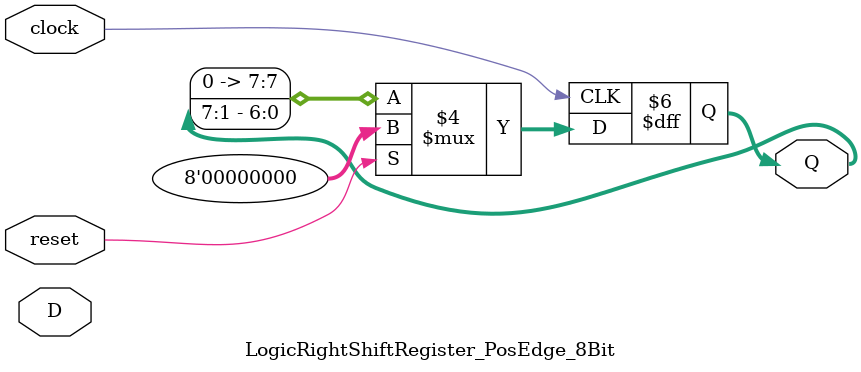
<source format=v>
module LogicRightShiftRegister_PosEdge_8Bit (clock, reset, D, Q);
    input clock;
    input reset;
    input [7:0] D;
    output reg [7:0] Q;

    always @(posedge clock)
    begin
        if (reset)
            Q = 8'b00000000;
        else
            Q = Q >> 1 ;        
    end
endmodule

</source>
